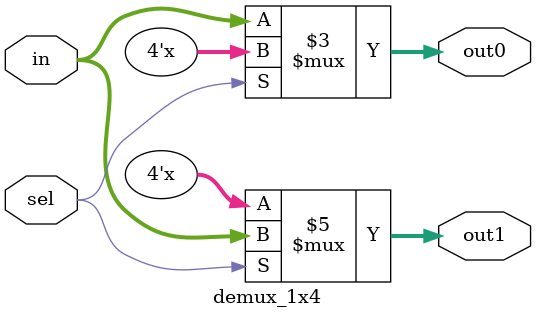
<source format=v>
 
 
 module demux_1x4(

  input [3:0]in, // Entrada de dados
   input sel, //Sinal de seleção de 1 bit
   output reg [3:0] out0 ,
   output reg [3:0] out1
  );
 
  always @(*) begin
 
	//saida[0] = 0; saida[1] = 0; saida[2] = 0; saida[3] = 0;
	//if (en)begin
		case (sel)
			1'b0: out0 = in; // 
			1'b1: out1 = in; //
			
			
		endcase
		end 
		
  endmodule
  
 
 
</source>
